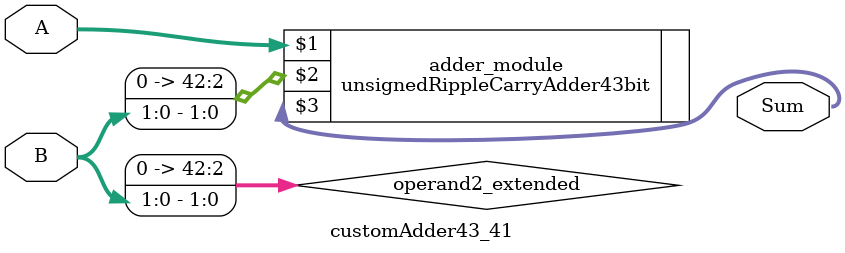
<source format=v>
module customAdder43_41(
                        input [42 : 0] A,
                        input [1 : 0] B,
                        
                        output [43 : 0] Sum
                );

        wire [42 : 0] operand2_extended;
        
        assign operand2_extended =  {41'b0, B};
        
        unsignedRippleCarryAdder43bit adder_module(
            A,
            operand2_extended,
            Sum
        );
        
        endmodule
        
</source>
